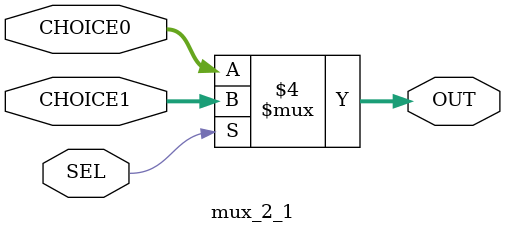
<source format=v>
`timescale 1ns / 1ps
module mux_2_1( CHOICE0 , CHOICE1 , SEL , OUT
    );
	 
	 parameter DataPathSize = 2 ;// size of datapath will deal with 
	 
	 // inputs 
	 
	 input [ DataPathSize - 1 : 0 ] CHOICE0 , CHOICE1  ;
	 input SEL ; // the selction of mux
	 
	 // outputs
	 
	 output [ DataPathSize - 1 : 0 ] OUT ;
	 reg [ DataPathSize - 1 : 0 ] OUT ; 
	 
	 always @( CHOICE0 or CHOICE1 or SEL ) 
	 
		begin 
			if ( SEL == 1 )
				begin 
					OUT = CHOICE1 ;
				end 
			else 
				begin 
					OUT = CHOICE0 ;
				end 
		end

endmodule

</source>
